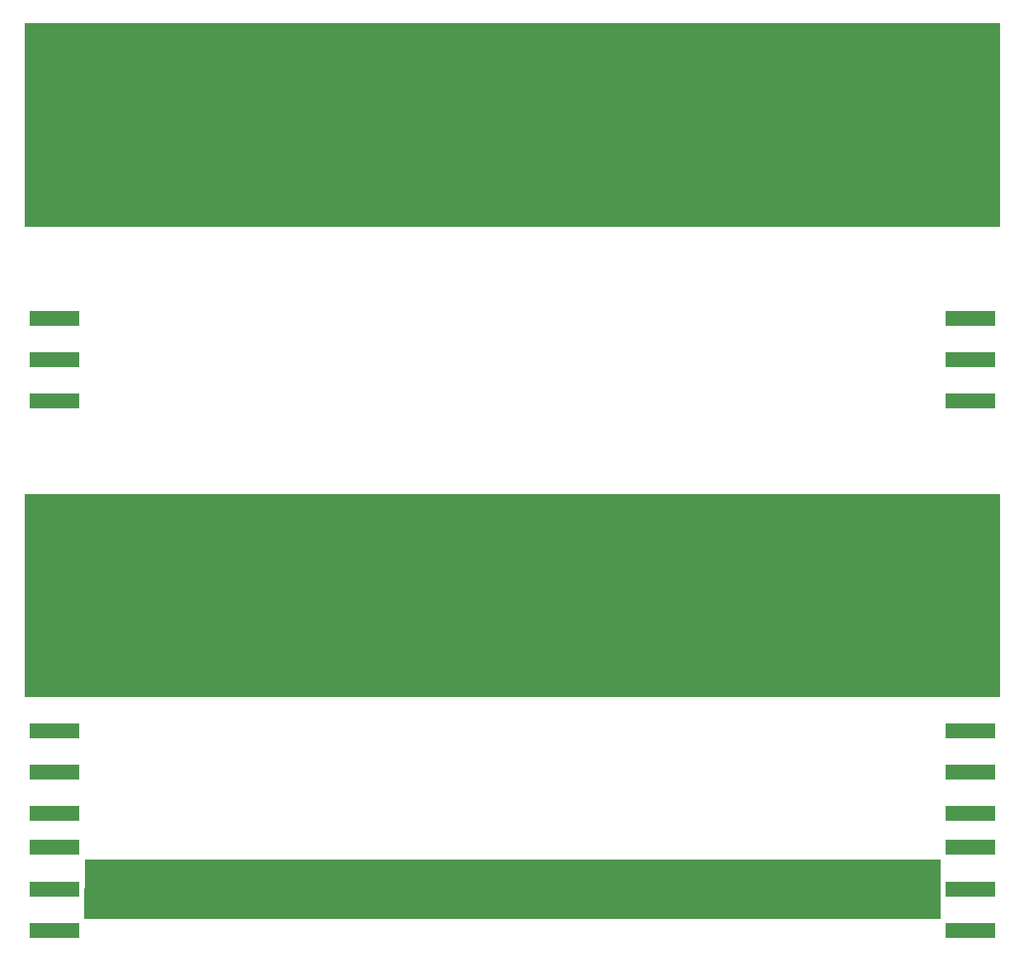
<source format=gts>
G04 #@! TF.GenerationSoftware,KiCad,Pcbnew,5.1.6-c6e7f7d~86~ubuntu18.04.1*
G04 #@! TF.CreationDate,2020-05-31T00:28:00-04:00*
G04 #@! TF.ProjectId,microstrip_tests,6d696372-6f73-4747-9269-705f74657374,rev?*
G04 #@! TF.SameCoordinates,Original*
G04 #@! TF.FileFunction,Soldermask,Top*
G04 #@! TF.FilePolarity,Negative*
%FSLAX46Y46*%
G04 Gerber Fmt 4.6, Leading zero omitted, Abs format (unit mm)*
G04 Created by KiCad (PCBNEW 5.1.6-c6e7f7d~86~ubuntu18.04.1) date 2020-05-31 00:28:00*
%MOMM*%
%LPD*%
G01*
G04 APERTURE LIST*
%ADD10C,0.100000*%
%ADD11R,5.180000X1.600000*%
G04 APERTURE END LIST*
D10*
G36*
X183870000Y-115220000D02*
G01*
X96113000Y-115260000D01*
X96130000Y-109250000D01*
X183870000Y-109240000D01*
X183870000Y-115220000D01*
G37*
X183870000Y-115220000D02*
X96113000Y-115260000D01*
X96130000Y-109250000D01*
X183870000Y-109240000D01*
X183870000Y-115220000D01*
G36*
X190000000Y-92474000D02*
G01*
X90000000Y-92474000D01*
X90000000Y-71684000D01*
X190000000Y-71684000D01*
X190000000Y-92474000D01*
G37*
X190000000Y-92474000D02*
X90000000Y-92474000D01*
X90000000Y-71684000D01*
X190000000Y-71684000D01*
X190000000Y-92474000D01*
G36*
X190000000Y-44158000D02*
G01*
X90000000Y-44158000D01*
X90000000Y-23368000D01*
X190000000Y-23368000D01*
X190000000Y-44158000D01*
G37*
X190000000Y-44158000D02*
X90000000Y-44158000D01*
X90000000Y-23368000D01*
X190000000Y-23368000D01*
X190000000Y-44158000D01*
D11*
G04 #@! TO.C,J1*
X93000000Y-29513000D03*
X93000000Y-38013000D03*
X93000000Y-33763000D03*
G04 #@! TD*
G04 #@! TO.C,J2*
X187000000Y-33763000D03*
X187000000Y-29513000D03*
X187000000Y-38013000D03*
G04 #@! TD*
G04 #@! TO.C,J3*
X93000000Y-53671000D03*
X93000000Y-62171000D03*
X93000000Y-57921000D03*
G04 #@! TD*
G04 #@! TO.C,J4*
X93000000Y-77829000D03*
X93000000Y-86329000D03*
X93000000Y-82079000D03*
G04 #@! TD*
G04 #@! TO.C,J5*
X93000000Y-95987000D03*
X93000000Y-104487000D03*
X93000000Y-100237000D03*
G04 #@! TD*
G04 #@! TO.C,J6*
X187000000Y-57921000D03*
X187000000Y-53671000D03*
X187000000Y-62171000D03*
G04 #@! TD*
G04 #@! TO.C,J7*
X187000000Y-82079000D03*
X187000000Y-77829000D03*
X187000000Y-86329000D03*
G04 #@! TD*
G04 #@! TO.C,J8*
X187000000Y-100237000D03*
X187000000Y-95987000D03*
X187000000Y-104487000D03*
G04 #@! TD*
G04 #@! TO.C,J9*
X93000000Y-107987000D03*
X93000000Y-116487000D03*
X93000000Y-112237000D03*
G04 #@! TD*
G04 #@! TO.C,J10*
X187000000Y-112237000D03*
X187000000Y-107987000D03*
X187000000Y-116487000D03*
G04 #@! TD*
M02*

</source>
